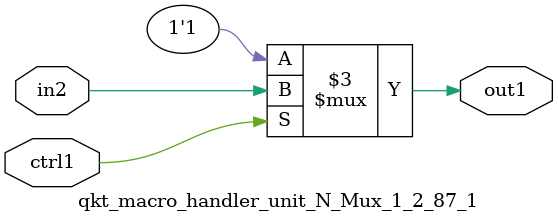
<source format=v>

`timescale 1ps / 1ps


module qkt_macro_handler_unit_N_Mux_1_2_87_1( in2, ctrl1, out1 );

    input in2;
    input ctrl1;
    output out1;
    reg out1;

    
    // rtl_process:qkt_macro_handler_unit_N_Mux_1_2_87_1/qkt_macro_handler_unit_N_Mux_1_2_87_1_thread_1
    always @*
      begin : qkt_macro_handler_unit_N_Mux_1_2_87_1_thread_1
        case (ctrl1) 
          1'b1: 
            begin
              out1 = in2;
            end
          default: 
            begin
              out1 = 1'b1;
            end
        endcase
      end

endmodule



</source>
